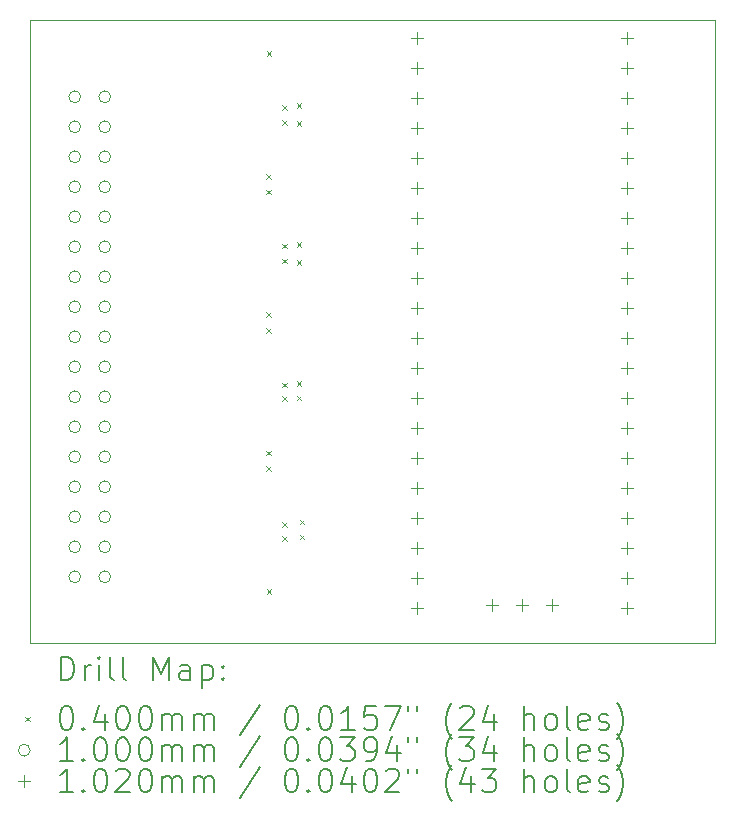
<source format=gbr>
%TF.GenerationSoftware,KiCad,Pcbnew,8.0.9*%
%TF.CreationDate,2025-02-20T22:31:27-05:00*%
%TF.ProjectId,PicoLVDS,5069636f-4c56-4445-932e-6b696361645f,2*%
%TF.SameCoordinates,Original*%
%TF.FileFunction,Drillmap*%
%TF.FilePolarity,Positive*%
%FSLAX45Y45*%
G04 Gerber Fmt 4.5, Leading zero omitted, Abs format (unit mm)*
G04 Created by KiCad (PCBNEW 8.0.9) date 2025-02-20 22:31:27*
%MOMM*%
%LPD*%
G01*
G04 APERTURE LIST*
%ADD10C,0.050000*%
%ADD11C,0.200000*%
%ADD12C,0.100000*%
%ADD13C,0.102000*%
G04 APERTURE END LIST*
D10*
X3000000Y-3720000D02*
X8800000Y-3720000D01*
X8800000Y-9000000D01*
X3000000Y-9000000D01*
X3000000Y-3720000D01*
D11*
D12*
X4997500Y-5030000D02*
X5037500Y-5070000D01*
X5037500Y-5030000D02*
X4997500Y-5070000D01*
X4997500Y-5160000D02*
X5037500Y-5200000D01*
X5037500Y-5160000D02*
X4997500Y-5200000D01*
X4997500Y-6200000D02*
X5037500Y-6240000D01*
X5037500Y-6200000D02*
X4997500Y-6240000D01*
X4997500Y-6330000D02*
X5037500Y-6370000D01*
X5037500Y-6330000D02*
X4997500Y-6370000D01*
X4997500Y-7370000D02*
X5037500Y-7410000D01*
X5037500Y-7370000D02*
X4997500Y-7410000D01*
X4997500Y-7500000D02*
X5037500Y-7540000D01*
X5037500Y-7500000D02*
X4997500Y-7540000D01*
X5000000Y-3990000D02*
X5040000Y-4030000D01*
X5040000Y-3990000D02*
X5000000Y-4030000D01*
X5000000Y-8540000D02*
X5040000Y-8580000D01*
X5040000Y-8540000D02*
X5000000Y-8580000D01*
X5130000Y-4446500D02*
X5170000Y-4486500D01*
X5170000Y-4446500D02*
X5130000Y-4486500D01*
X5130000Y-4573500D02*
X5170000Y-4613500D01*
X5170000Y-4573500D02*
X5130000Y-4613500D01*
X5130000Y-5616500D02*
X5170000Y-5656500D01*
X5170000Y-5616500D02*
X5130000Y-5656500D01*
X5130000Y-5743500D02*
X5170000Y-5783500D01*
X5170000Y-5743500D02*
X5130000Y-5783500D01*
X5130000Y-6793250D02*
X5170000Y-6833250D01*
X5170000Y-6793250D02*
X5130000Y-6833250D01*
X5130000Y-6906750D02*
X5170000Y-6946750D01*
X5170000Y-6906750D02*
X5130000Y-6946750D01*
X5130000Y-7973250D02*
X5170000Y-8013250D01*
X5170000Y-7973250D02*
X5130000Y-8013250D01*
X5130000Y-8091000D02*
X5170000Y-8131000D01*
X5170000Y-8091000D02*
X5130000Y-8131000D01*
X5255000Y-4430000D02*
X5295000Y-4470000D01*
X5295000Y-4430000D02*
X5255000Y-4470000D01*
X5255000Y-4580000D02*
X5295000Y-4620000D01*
X5295000Y-4580000D02*
X5255000Y-4620000D01*
X5255000Y-5605000D02*
X5295000Y-5645000D01*
X5295000Y-5605000D02*
X5255000Y-5645000D01*
X5255000Y-5755000D02*
X5295000Y-5795000D01*
X5295000Y-5755000D02*
X5255000Y-5795000D01*
X5255000Y-6780000D02*
X5295000Y-6820000D01*
X5295000Y-6780000D02*
X5255000Y-6820000D01*
X5255000Y-6905000D02*
X5295000Y-6945000D01*
X5295000Y-6905000D02*
X5255000Y-6945000D01*
X5280000Y-7955000D02*
X5320000Y-7995000D01*
X5320000Y-7955000D02*
X5280000Y-7995000D01*
X5280000Y-8080000D02*
X5320000Y-8120000D01*
X5320000Y-8080000D02*
X5280000Y-8120000D01*
X3425000Y-4374000D02*
G75*
G02*
X3325000Y-4374000I-50000J0D01*
G01*
X3325000Y-4374000D02*
G75*
G02*
X3425000Y-4374000I50000J0D01*
G01*
X3425000Y-4628000D02*
G75*
G02*
X3325000Y-4628000I-50000J0D01*
G01*
X3325000Y-4628000D02*
G75*
G02*
X3425000Y-4628000I50000J0D01*
G01*
X3425000Y-4882000D02*
G75*
G02*
X3325000Y-4882000I-50000J0D01*
G01*
X3325000Y-4882000D02*
G75*
G02*
X3425000Y-4882000I50000J0D01*
G01*
X3425000Y-5136000D02*
G75*
G02*
X3325000Y-5136000I-50000J0D01*
G01*
X3325000Y-5136000D02*
G75*
G02*
X3425000Y-5136000I50000J0D01*
G01*
X3425000Y-5390000D02*
G75*
G02*
X3325000Y-5390000I-50000J0D01*
G01*
X3325000Y-5390000D02*
G75*
G02*
X3425000Y-5390000I50000J0D01*
G01*
X3425000Y-5644000D02*
G75*
G02*
X3325000Y-5644000I-50000J0D01*
G01*
X3325000Y-5644000D02*
G75*
G02*
X3425000Y-5644000I50000J0D01*
G01*
X3425000Y-5898000D02*
G75*
G02*
X3325000Y-5898000I-50000J0D01*
G01*
X3325000Y-5898000D02*
G75*
G02*
X3425000Y-5898000I50000J0D01*
G01*
X3425000Y-6152000D02*
G75*
G02*
X3325000Y-6152000I-50000J0D01*
G01*
X3325000Y-6152000D02*
G75*
G02*
X3425000Y-6152000I50000J0D01*
G01*
X3425000Y-6406000D02*
G75*
G02*
X3325000Y-6406000I-50000J0D01*
G01*
X3325000Y-6406000D02*
G75*
G02*
X3425000Y-6406000I50000J0D01*
G01*
X3425000Y-6660000D02*
G75*
G02*
X3325000Y-6660000I-50000J0D01*
G01*
X3325000Y-6660000D02*
G75*
G02*
X3425000Y-6660000I50000J0D01*
G01*
X3425000Y-6914000D02*
G75*
G02*
X3325000Y-6914000I-50000J0D01*
G01*
X3325000Y-6914000D02*
G75*
G02*
X3425000Y-6914000I50000J0D01*
G01*
X3425000Y-7168000D02*
G75*
G02*
X3325000Y-7168000I-50000J0D01*
G01*
X3325000Y-7168000D02*
G75*
G02*
X3425000Y-7168000I50000J0D01*
G01*
X3425000Y-7422000D02*
G75*
G02*
X3325000Y-7422000I-50000J0D01*
G01*
X3325000Y-7422000D02*
G75*
G02*
X3425000Y-7422000I50000J0D01*
G01*
X3425000Y-7676000D02*
G75*
G02*
X3325000Y-7676000I-50000J0D01*
G01*
X3325000Y-7676000D02*
G75*
G02*
X3425000Y-7676000I50000J0D01*
G01*
X3425000Y-7930000D02*
G75*
G02*
X3325000Y-7930000I-50000J0D01*
G01*
X3325000Y-7930000D02*
G75*
G02*
X3425000Y-7930000I50000J0D01*
G01*
X3425000Y-8184000D02*
G75*
G02*
X3325000Y-8184000I-50000J0D01*
G01*
X3325000Y-8184000D02*
G75*
G02*
X3425000Y-8184000I50000J0D01*
G01*
X3425000Y-8438000D02*
G75*
G02*
X3325000Y-8438000I-50000J0D01*
G01*
X3325000Y-8438000D02*
G75*
G02*
X3425000Y-8438000I50000J0D01*
G01*
X3679000Y-4374000D02*
G75*
G02*
X3579000Y-4374000I-50000J0D01*
G01*
X3579000Y-4374000D02*
G75*
G02*
X3679000Y-4374000I50000J0D01*
G01*
X3679000Y-4628000D02*
G75*
G02*
X3579000Y-4628000I-50000J0D01*
G01*
X3579000Y-4628000D02*
G75*
G02*
X3679000Y-4628000I50000J0D01*
G01*
X3679000Y-4882000D02*
G75*
G02*
X3579000Y-4882000I-50000J0D01*
G01*
X3579000Y-4882000D02*
G75*
G02*
X3679000Y-4882000I50000J0D01*
G01*
X3679000Y-5136000D02*
G75*
G02*
X3579000Y-5136000I-50000J0D01*
G01*
X3579000Y-5136000D02*
G75*
G02*
X3679000Y-5136000I50000J0D01*
G01*
X3679000Y-5390000D02*
G75*
G02*
X3579000Y-5390000I-50000J0D01*
G01*
X3579000Y-5390000D02*
G75*
G02*
X3679000Y-5390000I50000J0D01*
G01*
X3679000Y-5644000D02*
G75*
G02*
X3579000Y-5644000I-50000J0D01*
G01*
X3579000Y-5644000D02*
G75*
G02*
X3679000Y-5644000I50000J0D01*
G01*
X3679000Y-5898000D02*
G75*
G02*
X3579000Y-5898000I-50000J0D01*
G01*
X3579000Y-5898000D02*
G75*
G02*
X3679000Y-5898000I50000J0D01*
G01*
X3679000Y-6152000D02*
G75*
G02*
X3579000Y-6152000I-50000J0D01*
G01*
X3579000Y-6152000D02*
G75*
G02*
X3679000Y-6152000I50000J0D01*
G01*
X3679000Y-6406000D02*
G75*
G02*
X3579000Y-6406000I-50000J0D01*
G01*
X3579000Y-6406000D02*
G75*
G02*
X3679000Y-6406000I50000J0D01*
G01*
X3679000Y-6660000D02*
G75*
G02*
X3579000Y-6660000I-50000J0D01*
G01*
X3579000Y-6660000D02*
G75*
G02*
X3679000Y-6660000I50000J0D01*
G01*
X3679000Y-6914000D02*
G75*
G02*
X3579000Y-6914000I-50000J0D01*
G01*
X3579000Y-6914000D02*
G75*
G02*
X3679000Y-6914000I50000J0D01*
G01*
X3679000Y-7168000D02*
G75*
G02*
X3579000Y-7168000I-50000J0D01*
G01*
X3579000Y-7168000D02*
G75*
G02*
X3679000Y-7168000I50000J0D01*
G01*
X3679000Y-7422000D02*
G75*
G02*
X3579000Y-7422000I-50000J0D01*
G01*
X3579000Y-7422000D02*
G75*
G02*
X3679000Y-7422000I50000J0D01*
G01*
X3679000Y-7676000D02*
G75*
G02*
X3579000Y-7676000I-50000J0D01*
G01*
X3579000Y-7676000D02*
G75*
G02*
X3679000Y-7676000I50000J0D01*
G01*
X3679000Y-7930000D02*
G75*
G02*
X3579000Y-7930000I-50000J0D01*
G01*
X3579000Y-7930000D02*
G75*
G02*
X3679000Y-7930000I50000J0D01*
G01*
X3679000Y-8184000D02*
G75*
G02*
X3579000Y-8184000I-50000J0D01*
G01*
X3579000Y-8184000D02*
G75*
G02*
X3679000Y-8184000I50000J0D01*
G01*
X3679000Y-8438000D02*
G75*
G02*
X3579000Y-8438000I-50000J0D01*
G01*
X3579000Y-8438000D02*
G75*
G02*
X3679000Y-8438000I50000J0D01*
G01*
D13*
X6275000Y-3825000D02*
X6275000Y-3927000D01*
X6224000Y-3876000D02*
X6326000Y-3876000D01*
X6275000Y-4079000D02*
X6275000Y-4181000D01*
X6224000Y-4130000D02*
X6326000Y-4130000D01*
X6275000Y-4333000D02*
X6275000Y-4435000D01*
X6224000Y-4384000D02*
X6326000Y-4384000D01*
X6275000Y-4587000D02*
X6275000Y-4689000D01*
X6224000Y-4638000D02*
X6326000Y-4638000D01*
X6275000Y-4841000D02*
X6275000Y-4943000D01*
X6224000Y-4892000D02*
X6326000Y-4892000D01*
X6275000Y-5095000D02*
X6275000Y-5197000D01*
X6224000Y-5146000D02*
X6326000Y-5146000D01*
X6275000Y-5349000D02*
X6275000Y-5451000D01*
X6224000Y-5400000D02*
X6326000Y-5400000D01*
X6275000Y-5603000D02*
X6275000Y-5705000D01*
X6224000Y-5654000D02*
X6326000Y-5654000D01*
X6275000Y-5857000D02*
X6275000Y-5959000D01*
X6224000Y-5908000D02*
X6326000Y-5908000D01*
X6275000Y-6111000D02*
X6275000Y-6213000D01*
X6224000Y-6162000D02*
X6326000Y-6162000D01*
X6275000Y-6365000D02*
X6275000Y-6467000D01*
X6224000Y-6416000D02*
X6326000Y-6416000D01*
X6275000Y-6619000D02*
X6275000Y-6721000D01*
X6224000Y-6670000D02*
X6326000Y-6670000D01*
X6275000Y-6873000D02*
X6275000Y-6975000D01*
X6224000Y-6924000D02*
X6326000Y-6924000D01*
X6275000Y-7127000D02*
X6275000Y-7229000D01*
X6224000Y-7178000D02*
X6326000Y-7178000D01*
X6275000Y-7381000D02*
X6275000Y-7483000D01*
X6224000Y-7432000D02*
X6326000Y-7432000D01*
X6275000Y-7635000D02*
X6275000Y-7737000D01*
X6224000Y-7686000D02*
X6326000Y-7686000D01*
X6275000Y-7889000D02*
X6275000Y-7991000D01*
X6224000Y-7940000D02*
X6326000Y-7940000D01*
X6275000Y-8143000D02*
X6275000Y-8245000D01*
X6224000Y-8194000D02*
X6326000Y-8194000D01*
X6275000Y-8397000D02*
X6275000Y-8499000D01*
X6224000Y-8448000D02*
X6326000Y-8448000D01*
X6275000Y-8651000D02*
X6275000Y-8753000D01*
X6224000Y-8702000D02*
X6326000Y-8702000D01*
X6910000Y-8628000D02*
X6910000Y-8730000D01*
X6859000Y-8679000D02*
X6961000Y-8679000D01*
X7164000Y-8628000D02*
X7164000Y-8730000D01*
X7113000Y-8679000D02*
X7215000Y-8679000D01*
X7418000Y-8628000D02*
X7418000Y-8730000D01*
X7367000Y-8679000D02*
X7469000Y-8679000D01*
X8053000Y-3825000D02*
X8053000Y-3927000D01*
X8002000Y-3876000D02*
X8104000Y-3876000D01*
X8053000Y-4079000D02*
X8053000Y-4181000D01*
X8002000Y-4130000D02*
X8104000Y-4130000D01*
X8053000Y-4333000D02*
X8053000Y-4435000D01*
X8002000Y-4384000D02*
X8104000Y-4384000D01*
X8053000Y-4587000D02*
X8053000Y-4689000D01*
X8002000Y-4638000D02*
X8104000Y-4638000D01*
X8053000Y-4841000D02*
X8053000Y-4943000D01*
X8002000Y-4892000D02*
X8104000Y-4892000D01*
X8053000Y-5095000D02*
X8053000Y-5197000D01*
X8002000Y-5146000D02*
X8104000Y-5146000D01*
X8053000Y-5349000D02*
X8053000Y-5451000D01*
X8002000Y-5400000D02*
X8104000Y-5400000D01*
X8053000Y-5603000D02*
X8053000Y-5705000D01*
X8002000Y-5654000D02*
X8104000Y-5654000D01*
X8053000Y-5857000D02*
X8053000Y-5959000D01*
X8002000Y-5908000D02*
X8104000Y-5908000D01*
X8053000Y-6111000D02*
X8053000Y-6213000D01*
X8002000Y-6162000D02*
X8104000Y-6162000D01*
X8053000Y-6365000D02*
X8053000Y-6467000D01*
X8002000Y-6416000D02*
X8104000Y-6416000D01*
X8053000Y-6619000D02*
X8053000Y-6721000D01*
X8002000Y-6670000D02*
X8104000Y-6670000D01*
X8053000Y-6873000D02*
X8053000Y-6975000D01*
X8002000Y-6924000D02*
X8104000Y-6924000D01*
X8053000Y-7127000D02*
X8053000Y-7229000D01*
X8002000Y-7178000D02*
X8104000Y-7178000D01*
X8053000Y-7381000D02*
X8053000Y-7483000D01*
X8002000Y-7432000D02*
X8104000Y-7432000D01*
X8053000Y-7635000D02*
X8053000Y-7737000D01*
X8002000Y-7686000D02*
X8104000Y-7686000D01*
X8053000Y-7889000D02*
X8053000Y-7991000D01*
X8002000Y-7940000D02*
X8104000Y-7940000D01*
X8053000Y-8143000D02*
X8053000Y-8245000D01*
X8002000Y-8194000D02*
X8104000Y-8194000D01*
X8053000Y-8397000D02*
X8053000Y-8499000D01*
X8002000Y-8448000D02*
X8104000Y-8448000D01*
X8053000Y-8651000D02*
X8053000Y-8753000D01*
X8002000Y-8702000D02*
X8104000Y-8702000D01*
D11*
X3258277Y-9313984D02*
X3258277Y-9113984D01*
X3258277Y-9113984D02*
X3305896Y-9113984D01*
X3305896Y-9113984D02*
X3334467Y-9123508D01*
X3334467Y-9123508D02*
X3353515Y-9142555D01*
X3353515Y-9142555D02*
X3363039Y-9161603D01*
X3363039Y-9161603D02*
X3372562Y-9199698D01*
X3372562Y-9199698D02*
X3372562Y-9228270D01*
X3372562Y-9228270D02*
X3363039Y-9266365D01*
X3363039Y-9266365D02*
X3353515Y-9285412D01*
X3353515Y-9285412D02*
X3334467Y-9304460D01*
X3334467Y-9304460D02*
X3305896Y-9313984D01*
X3305896Y-9313984D02*
X3258277Y-9313984D01*
X3458277Y-9313984D02*
X3458277Y-9180650D01*
X3458277Y-9218746D02*
X3467801Y-9199698D01*
X3467801Y-9199698D02*
X3477324Y-9190174D01*
X3477324Y-9190174D02*
X3496372Y-9180650D01*
X3496372Y-9180650D02*
X3515420Y-9180650D01*
X3582086Y-9313984D02*
X3582086Y-9180650D01*
X3582086Y-9113984D02*
X3572562Y-9123508D01*
X3572562Y-9123508D02*
X3582086Y-9133031D01*
X3582086Y-9133031D02*
X3591610Y-9123508D01*
X3591610Y-9123508D02*
X3582086Y-9113984D01*
X3582086Y-9113984D02*
X3582086Y-9133031D01*
X3705896Y-9313984D02*
X3686848Y-9304460D01*
X3686848Y-9304460D02*
X3677324Y-9285412D01*
X3677324Y-9285412D02*
X3677324Y-9113984D01*
X3810658Y-9313984D02*
X3791610Y-9304460D01*
X3791610Y-9304460D02*
X3782086Y-9285412D01*
X3782086Y-9285412D02*
X3782086Y-9113984D01*
X4039229Y-9313984D02*
X4039229Y-9113984D01*
X4039229Y-9113984D02*
X4105896Y-9256841D01*
X4105896Y-9256841D02*
X4172562Y-9113984D01*
X4172562Y-9113984D02*
X4172562Y-9313984D01*
X4353515Y-9313984D02*
X4353515Y-9209222D01*
X4353515Y-9209222D02*
X4343991Y-9190174D01*
X4343991Y-9190174D02*
X4324944Y-9180650D01*
X4324944Y-9180650D02*
X4286848Y-9180650D01*
X4286848Y-9180650D02*
X4267801Y-9190174D01*
X4353515Y-9304460D02*
X4334467Y-9313984D01*
X4334467Y-9313984D02*
X4286848Y-9313984D01*
X4286848Y-9313984D02*
X4267801Y-9304460D01*
X4267801Y-9304460D02*
X4258277Y-9285412D01*
X4258277Y-9285412D02*
X4258277Y-9266365D01*
X4258277Y-9266365D02*
X4267801Y-9247317D01*
X4267801Y-9247317D02*
X4286848Y-9237793D01*
X4286848Y-9237793D02*
X4334467Y-9237793D01*
X4334467Y-9237793D02*
X4353515Y-9228270D01*
X4448753Y-9180650D02*
X4448753Y-9380650D01*
X4448753Y-9190174D02*
X4467801Y-9180650D01*
X4467801Y-9180650D02*
X4505896Y-9180650D01*
X4505896Y-9180650D02*
X4524944Y-9190174D01*
X4524944Y-9190174D02*
X4534467Y-9199698D01*
X4534467Y-9199698D02*
X4543991Y-9218746D01*
X4543991Y-9218746D02*
X4543991Y-9275889D01*
X4543991Y-9275889D02*
X4534467Y-9294936D01*
X4534467Y-9294936D02*
X4524944Y-9304460D01*
X4524944Y-9304460D02*
X4505896Y-9313984D01*
X4505896Y-9313984D02*
X4467801Y-9313984D01*
X4467801Y-9313984D02*
X4448753Y-9304460D01*
X4629705Y-9294936D02*
X4639229Y-9304460D01*
X4639229Y-9304460D02*
X4629705Y-9313984D01*
X4629705Y-9313984D02*
X4620182Y-9304460D01*
X4620182Y-9304460D02*
X4629705Y-9294936D01*
X4629705Y-9294936D02*
X4629705Y-9313984D01*
X4629705Y-9190174D02*
X4639229Y-9199698D01*
X4639229Y-9199698D02*
X4629705Y-9209222D01*
X4629705Y-9209222D02*
X4620182Y-9199698D01*
X4620182Y-9199698D02*
X4629705Y-9190174D01*
X4629705Y-9190174D02*
X4629705Y-9209222D01*
D12*
X2957500Y-9622500D02*
X2997500Y-9662500D01*
X2997500Y-9622500D02*
X2957500Y-9662500D01*
D11*
X3296372Y-9533984D02*
X3315420Y-9533984D01*
X3315420Y-9533984D02*
X3334467Y-9543508D01*
X3334467Y-9543508D02*
X3343991Y-9553031D01*
X3343991Y-9553031D02*
X3353515Y-9572079D01*
X3353515Y-9572079D02*
X3363039Y-9610174D01*
X3363039Y-9610174D02*
X3363039Y-9657793D01*
X3363039Y-9657793D02*
X3353515Y-9695889D01*
X3353515Y-9695889D02*
X3343991Y-9714936D01*
X3343991Y-9714936D02*
X3334467Y-9724460D01*
X3334467Y-9724460D02*
X3315420Y-9733984D01*
X3315420Y-9733984D02*
X3296372Y-9733984D01*
X3296372Y-9733984D02*
X3277324Y-9724460D01*
X3277324Y-9724460D02*
X3267801Y-9714936D01*
X3267801Y-9714936D02*
X3258277Y-9695889D01*
X3258277Y-9695889D02*
X3248753Y-9657793D01*
X3248753Y-9657793D02*
X3248753Y-9610174D01*
X3248753Y-9610174D02*
X3258277Y-9572079D01*
X3258277Y-9572079D02*
X3267801Y-9553031D01*
X3267801Y-9553031D02*
X3277324Y-9543508D01*
X3277324Y-9543508D02*
X3296372Y-9533984D01*
X3448753Y-9714936D02*
X3458277Y-9724460D01*
X3458277Y-9724460D02*
X3448753Y-9733984D01*
X3448753Y-9733984D02*
X3439229Y-9724460D01*
X3439229Y-9724460D02*
X3448753Y-9714936D01*
X3448753Y-9714936D02*
X3448753Y-9733984D01*
X3629705Y-9600650D02*
X3629705Y-9733984D01*
X3582086Y-9524460D02*
X3534467Y-9667317D01*
X3534467Y-9667317D02*
X3658277Y-9667317D01*
X3772562Y-9533984D02*
X3791610Y-9533984D01*
X3791610Y-9533984D02*
X3810658Y-9543508D01*
X3810658Y-9543508D02*
X3820182Y-9553031D01*
X3820182Y-9553031D02*
X3829705Y-9572079D01*
X3829705Y-9572079D02*
X3839229Y-9610174D01*
X3839229Y-9610174D02*
X3839229Y-9657793D01*
X3839229Y-9657793D02*
X3829705Y-9695889D01*
X3829705Y-9695889D02*
X3820182Y-9714936D01*
X3820182Y-9714936D02*
X3810658Y-9724460D01*
X3810658Y-9724460D02*
X3791610Y-9733984D01*
X3791610Y-9733984D02*
X3772562Y-9733984D01*
X3772562Y-9733984D02*
X3753515Y-9724460D01*
X3753515Y-9724460D02*
X3743991Y-9714936D01*
X3743991Y-9714936D02*
X3734467Y-9695889D01*
X3734467Y-9695889D02*
X3724943Y-9657793D01*
X3724943Y-9657793D02*
X3724943Y-9610174D01*
X3724943Y-9610174D02*
X3734467Y-9572079D01*
X3734467Y-9572079D02*
X3743991Y-9553031D01*
X3743991Y-9553031D02*
X3753515Y-9543508D01*
X3753515Y-9543508D02*
X3772562Y-9533984D01*
X3963039Y-9533984D02*
X3982086Y-9533984D01*
X3982086Y-9533984D02*
X4001134Y-9543508D01*
X4001134Y-9543508D02*
X4010658Y-9553031D01*
X4010658Y-9553031D02*
X4020182Y-9572079D01*
X4020182Y-9572079D02*
X4029705Y-9610174D01*
X4029705Y-9610174D02*
X4029705Y-9657793D01*
X4029705Y-9657793D02*
X4020182Y-9695889D01*
X4020182Y-9695889D02*
X4010658Y-9714936D01*
X4010658Y-9714936D02*
X4001134Y-9724460D01*
X4001134Y-9724460D02*
X3982086Y-9733984D01*
X3982086Y-9733984D02*
X3963039Y-9733984D01*
X3963039Y-9733984D02*
X3943991Y-9724460D01*
X3943991Y-9724460D02*
X3934467Y-9714936D01*
X3934467Y-9714936D02*
X3924943Y-9695889D01*
X3924943Y-9695889D02*
X3915420Y-9657793D01*
X3915420Y-9657793D02*
X3915420Y-9610174D01*
X3915420Y-9610174D02*
X3924943Y-9572079D01*
X3924943Y-9572079D02*
X3934467Y-9553031D01*
X3934467Y-9553031D02*
X3943991Y-9543508D01*
X3943991Y-9543508D02*
X3963039Y-9533984D01*
X4115420Y-9733984D02*
X4115420Y-9600650D01*
X4115420Y-9619698D02*
X4124943Y-9610174D01*
X4124943Y-9610174D02*
X4143991Y-9600650D01*
X4143991Y-9600650D02*
X4172563Y-9600650D01*
X4172563Y-9600650D02*
X4191610Y-9610174D01*
X4191610Y-9610174D02*
X4201134Y-9629222D01*
X4201134Y-9629222D02*
X4201134Y-9733984D01*
X4201134Y-9629222D02*
X4210658Y-9610174D01*
X4210658Y-9610174D02*
X4229705Y-9600650D01*
X4229705Y-9600650D02*
X4258277Y-9600650D01*
X4258277Y-9600650D02*
X4277325Y-9610174D01*
X4277325Y-9610174D02*
X4286848Y-9629222D01*
X4286848Y-9629222D02*
X4286848Y-9733984D01*
X4382086Y-9733984D02*
X4382086Y-9600650D01*
X4382086Y-9619698D02*
X4391610Y-9610174D01*
X4391610Y-9610174D02*
X4410658Y-9600650D01*
X4410658Y-9600650D02*
X4439229Y-9600650D01*
X4439229Y-9600650D02*
X4458277Y-9610174D01*
X4458277Y-9610174D02*
X4467801Y-9629222D01*
X4467801Y-9629222D02*
X4467801Y-9733984D01*
X4467801Y-9629222D02*
X4477325Y-9610174D01*
X4477325Y-9610174D02*
X4496372Y-9600650D01*
X4496372Y-9600650D02*
X4524944Y-9600650D01*
X4524944Y-9600650D02*
X4543991Y-9610174D01*
X4543991Y-9610174D02*
X4553515Y-9629222D01*
X4553515Y-9629222D02*
X4553515Y-9733984D01*
X4943991Y-9524460D02*
X4772563Y-9781603D01*
X5201134Y-9533984D02*
X5220182Y-9533984D01*
X5220182Y-9533984D02*
X5239229Y-9543508D01*
X5239229Y-9543508D02*
X5248753Y-9553031D01*
X5248753Y-9553031D02*
X5258277Y-9572079D01*
X5258277Y-9572079D02*
X5267801Y-9610174D01*
X5267801Y-9610174D02*
X5267801Y-9657793D01*
X5267801Y-9657793D02*
X5258277Y-9695889D01*
X5258277Y-9695889D02*
X5248753Y-9714936D01*
X5248753Y-9714936D02*
X5239229Y-9724460D01*
X5239229Y-9724460D02*
X5220182Y-9733984D01*
X5220182Y-9733984D02*
X5201134Y-9733984D01*
X5201134Y-9733984D02*
X5182087Y-9724460D01*
X5182087Y-9724460D02*
X5172563Y-9714936D01*
X5172563Y-9714936D02*
X5163039Y-9695889D01*
X5163039Y-9695889D02*
X5153515Y-9657793D01*
X5153515Y-9657793D02*
X5153515Y-9610174D01*
X5153515Y-9610174D02*
X5163039Y-9572079D01*
X5163039Y-9572079D02*
X5172563Y-9553031D01*
X5172563Y-9553031D02*
X5182087Y-9543508D01*
X5182087Y-9543508D02*
X5201134Y-9533984D01*
X5353515Y-9714936D02*
X5363039Y-9724460D01*
X5363039Y-9724460D02*
X5353515Y-9733984D01*
X5353515Y-9733984D02*
X5343991Y-9724460D01*
X5343991Y-9724460D02*
X5353515Y-9714936D01*
X5353515Y-9714936D02*
X5353515Y-9733984D01*
X5486848Y-9533984D02*
X5505896Y-9533984D01*
X5505896Y-9533984D02*
X5524944Y-9543508D01*
X5524944Y-9543508D02*
X5534468Y-9553031D01*
X5534468Y-9553031D02*
X5543991Y-9572079D01*
X5543991Y-9572079D02*
X5553515Y-9610174D01*
X5553515Y-9610174D02*
X5553515Y-9657793D01*
X5553515Y-9657793D02*
X5543991Y-9695889D01*
X5543991Y-9695889D02*
X5534468Y-9714936D01*
X5534468Y-9714936D02*
X5524944Y-9724460D01*
X5524944Y-9724460D02*
X5505896Y-9733984D01*
X5505896Y-9733984D02*
X5486848Y-9733984D01*
X5486848Y-9733984D02*
X5467801Y-9724460D01*
X5467801Y-9724460D02*
X5458277Y-9714936D01*
X5458277Y-9714936D02*
X5448753Y-9695889D01*
X5448753Y-9695889D02*
X5439229Y-9657793D01*
X5439229Y-9657793D02*
X5439229Y-9610174D01*
X5439229Y-9610174D02*
X5448753Y-9572079D01*
X5448753Y-9572079D02*
X5458277Y-9553031D01*
X5458277Y-9553031D02*
X5467801Y-9543508D01*
X5467801Y-9543508D02*
X5486848Y-9533984D01*
X5743991Y-9733984D02*
X5629706Y-9733984D01*
X5686848Y-9733984D02*
X5686848Y-9533984D01*
X5686848Y-9533984D02*
X5667801Y-9562555D01*
X5667801Y-9562555D02*
X5648753Y-9581603D01*
X5648753Y-9581603D02*
X5629706Y-9591127D01*
X5924944Y-9533984D02*
X5829706Y-9533984D01*
X5829706Y-9533984D02*
X5820182Y-9629222D01*
X5820182Y-9629222D02*
X5829706Y-9619698D01*
X5829706Y-9619698D02*
X5848753Y-9610174D01*
X5848753Y-9610174D02*
X5896372Y-9610174D01*
X5896372Y-9610174D02*
X5915420Y-9619698D01*
X5915420Y-9619698D02*
X5924944Y-9629222D01*
X5924944Y-9629222D02*
X5934467Y-9648270D01*
X5934467Y-9648270D02*
X5934467Y-9695889D01*
X5934467Y-9695889D02*
X5924944Y-9714936D01*
X5924944Y-9714936D02*
X5915420Y-9724460D01*
X5915420Y-9724460D02*
X5896372Y-9733984D01*
X5896372Y-9733984D02*
X5848753Y-9733984D01*
X5848753Y-9733984D02*
X5829706Y-9724460D01*
X5829706Y-9724460D02*
X5820182Y-9714936D01*
X6001134Y-9533984D02*
X6134467Y-9533984D01*
X6134467Y-9533984D02*
X6048753Y-9733984D01*
X6201134Y-9533984D02*
X6201134Y-9572079D01*
X6277325Y-9533984D02*
X6277325Y-9572079D01*
X6572563Y-9810174D02*
X6563039Y-9800650D01*
X6563039Y-9800650D02*
X6543991Y-9772079D01*
X6543991Y-9772079D02*
X6534468Y-9753031D01*
X6534468Y-9753031D02*
X6524944Y-9724460D01*
X6524944Y-9724460D02*
X6515420Y-9676841D01*
X6515420Y-9676841D02*
X6515420Y-9638746D01*
X6515420Y-9638746D02*
X6524944Y-9591127D01*
X6524944Y-9591127D02*
X6534468Y-9562555D01*
X6534468Y-9562555D02*
X6543991Y-9543508D01*
X6543991Y-9543508D02*
X6563039Y-9514936D01*
X6563039Y-9514936D02*
X6572563Y-9505412D01*
X6639229Y-9553031D02*
X6648753Y-9543508D01*
X6648753Y-9543508D02*
X6667801Y-9533984D01*
X6667801Y-9533984D02*
X6715420Y-9533984D01*
X6715420Y-9533984D02*
X6734468Y-9543508D01*
X6734468Y-9543508D02*
X6743991Y-9553031D01*
X6743991Y-9553031D02*
X6753515Y-9572079D01*
X6753515Y-9572079D02*
X6753515Y-9591127D01*
X6753515Y-9591127D02*
X6743991Y-9619698D01*
X6743991Y-9619698D02*
X6629706Y-9733984D01*
X6629706Y-9733984D02*
X6753515Y-9733984D01*
X6924944Y-9600650D02*
X6924944Y-9733984D01*
X6877325Y-9524460D02*
X6829706Y-9667317D01*
X6829706Y-9667317D02*
X6953515Y-9667317D01*
X7182087Y-9733984D02*
X7182087Y-9533984D01*
X7267801Y-9733984D02*
X7267801Y-9629222D01*
X7267801Y-9629222D02*
X7258277Y-9610174D01*
X7258277Y-9610174D02*
X7239230Y-9600650D01*
X7239230Y-9600650D02*
X7210658Y-9600650D01*
X7210658Y-9600650D02*
X7191610Y-9610174D01*
X7191610Y-9610174D02*
X7182087Y-9619698D01*
X7391610Y-9733984D02*
X7372563Y-9724460D01*
X7372563Y-9724460D02*
X7363039Y-9714936D01*
X7363039Y-9714936D02*
X7353515Y-9695889D01*
X7353515Y-9695889D02*
X7353515Y-9638746D01*
X7353515Y-9638746D02*
X7363039Y-9619698D01*
X7363039Y-9619698D02*
X7372563Y-9610174D01*
X7372563Y-9610174D02*
X7391610Y-9600650D01*
X7391610Y-9600650D02*
X7420182Y-9600650D01*
X7420182Y-9600650D02*
X7439230Y-9610174D01*
X7439230Y-9610174D02*
X7448753Y-9619698D01*
X7448753Y-9619698D02*
X7458277Y-9638746D01*
X7458277Y-9638746D02*
X7458277Y-9695889D01*
X7458277Y-9695889D02*
X7448753Y-9714936D01*
X7448753Y-9714936D02*
X7439230Y-9724460D01*
X7439230Y-9724460D02*
X7420182Y-9733984D01*
X7420182Y-9733984D02*
X7391610Y-9733984D01*
X7572563Y-9733984D02*
X7553515Y-9724460D01*
X7553515Y-9724460D02*
X7543991Y-9705412D01*
X7543991Y-9705412D02*
X7543991Y-9533984D01*
X7724944Y-9724460D02*
X7705896Y-9733984D01*
X7705896Y-9733984D02*
X7667801Y-9733984D01*
X7667801Y-9733984D02*
X7648753Y-9724460D01*
X7648753Y-9724460D02*
X7639230Y-9705412D01*
X7639230Y-9705412D02*
X7639230Y-9629222D01*
X7639230Y-9629222D02*
X7648753Y-9610174D01*
X7648753Y-9610174D02*
X7667801Y-9600650D01*
X7667801Y-9600650D02*
X7705896Y-9600650D01*
X7705896Y-9600650D02*
X7724944Y-9610174D01*
X7724944Y-9610174D02*
X7734468Y-9629222D01*
X7734468Y-9629222D02*
X7734468Y-9648270D01*
X7734468Y-9648270D02*
X7639230Y-9667317D01*
X7810658Y-9724460D02*
X7829706Y-9733984D01*
X7829706Y-9733984D02*
X7867801Y-9733984D01*
X7867801Y-9733984D02*
X7886849Y-9724460D01*
X7886849Y-9724460D02*
X7896372Y-9705412D01*
X7896372Y-9705412D02*
X7896372Y-9695889D01*
X7896372Y-9695889D02*
X7886849Y-9676841D01*
X7886849Y-9676841D02*
X7867801Y-9667317D01*
X7867801Y-9667317D02*
X7839230Y-9667317D01*
X7839230Y-9667317D02*
X7820182Y-9657793D01*
X7820182Y-9657793D02*
X7810658Y-9638746D01*
X7810658Y-9638746D02*
X7810658Y-9629222D01*
X7810658Y-9629222D02*
X7820182Y-9610174D01*
X7820182Y-9610174D02*
X7839230Y-9600650D01*
X7839230Y-9600650D02*
X7867801Y-9600650D01*
X7867801Y-9600650D02*
X7886849Y-9610174D01*
X7963039Y-9810174D02*
X7972563Y-9800650D01*
X7972563Y-9800650D02*
X7991611Y-9772079D01*
X7991611Y-9772079D02*
X8001134Y-9753031D01*
X8001134Y-9753031D02*
X8010658Y-9724460D01*
X8010658Y-9724460D02*
X8020182Y-9676841D01*
X8020182Y-9676841D02*
X8020182Y-9638746D01*
X8020182Y-9638746D02*
X8010658Y-9591127D01*
X8010658Y-9591127D02*
X8001134Y-9562555D01*
X8001134Y-9562555D02*
X7991611Y-9543508D01*
X7991611Y-9543508D02*
X7972563Y-9514936D01*
X7972563Y-9514936D02*
X7963039Y-9505412D01*
D12*
X2997500Y-9906500D02*
G75*
G02*
X2897500Y-9906500I-50000J0D01*
G01*
X2897500Y-9906500D02*
G75*
G02*
X2997500Y-9906500I50000J0D01*
G01*
D11*
X3363039Y-9997984D02*
X3248753Y-9997984D01*
X3305896Y-9997984D02*
X3305896Y-9797984D01*
X3305896Y-9797984D02*
X3286848Y-9826555D01*
X3286848Y-9826555D02*
X3267801Y-9845603D01*
X3267801Y-9845603D02*
X3248753Y-9855127D01*
X3448753Y-9978936D02*
X3458277Y-9988460D01*
X3458277Y-9988460D02*
X3448753Y-9997984D01*
X3448753Y-9997984D02*
X3439229Y-9988460D01*
X3439229Y-9988460D02*
X3448753Y-9978936D01*
X3448753Y-9978936D02*
X3448753Y-9997984D01*
X3582086Y-9797984D02*
X3601134Y-9797984D01*
X3601134Y-9797984D02*
X3620182Y-9807508D01*
X3620182Y-9807508D02*
X3629705Y-9817031D01*
X3629705Y-9817031D02*
X3639229Y-9836079D01*
X3639229Y-9836079D02*
X3648753Y-9874174D01*
X3648753Y-9874174D02*
X3648753Y-9921793D01*
X3648753Y-9921793D02*
X3639229Y-9959889D01*
X3639229Y-9959889D02*
X3629705Y-9978936D01*
X3629705Y-9978936D02*
X3620182Y-9988460D01*
X3620182Y-9988460D02*
X3601134Y-9997984D01*
X3601134Y-9997984D02*
X3582086Y-9997984D01*
X3582086Y-9997984D02*
X3563039Y-9988460D01*
X3563039Y-9988460D02*
X3553515Y-9978936D01*
X3553515Y-9978936D02*
X3543991Y-9959889D01*
X3543991Y-9959889D02*
X3534467Y-9921793D01*
X3534467Y-9921793D02*
X3534467Y-9874174D01*
X3534467Y-9874174D02*
X3543991Y-9836079D01*
X3543991Y-9836079D02*
X3553515Y-9817031D01*
X3553515Y-9817031D02*
X3563039Y-9807508D01*
X3563039Y-9807508D02*
X3582086Y-9797984D01*
X3772562Y-9797984D02*
X3791610Y-9797984D01*
X3791610Y-9797984D02*
X3810658Y-9807508D01*
X3810658Y-9807508D02*
X3820182Y-9817031D01*
X3820182Y-9817031D02*
X3829705Y-9836079D01*
X3829705Y-9836079D02*
X3839229Y-9874174D01*
X3839229Y-9874174D02*
X3839229Y-9921793D01*
X3839229Y-9921793D02*
X3829705Y-9959889D01*
X3829705Y-9959889D02*
X3820182Y-9978936D01*
X3820182Y-9978936D02*
X3810658Y-9988460D01*
X3810658Y-9988460D02*
X3791610Y-9997984D01*
X3791610Y-9997984D02*
X3772562Y-9997984D01*
X3772562Y-9997984D02*
X3753515Y-9988460D01*
X3753515Y-9988460D02*
X3743991Y-9978936D01*
X3743991Y-9978936D02*
X3734467Y-9959889D01*
X3734467Y-9959889D02*
X3724943Y-9921793D01*
X3724943Y-9921793D02*
X3724943Y-9874174D01*
X3724943Y-9874174D02*
X3734467Y-9836079D01*
X3734467Y-9836079D02*
X3743991Y-9817031D01*
X3743991Y-9817031D02*
X3753515Y-9807508D01*
X3753515Y-9807508D02*
X3772562Y-9797984D01*
X3963039Y-9797984D02*
X3982086Y-9797984D01*
X3982086Y-9797984D02*
X4001134Y-9807508D01*
X4001134Y-9807508D02*
X4010658Y-9817031D01*
X4010658Y-9817031D02*
X4020182Y-9836079D01*
X4020182Y-9836079D02*
X4029705Y-9874174D01*
X4029705Y-9874174D02*
X4029705Y-9921793D01*
X4029705Y-9921793D02*
X4020182Y-9959889D01*
X4020182Y-9959889D02*
X4010658Y-9978936D01*
X4010658Y-9978936D02*
X4001134Y-9988460D01*
X4001134Y-9988460D02*
X3982086Y-9997984D01*
X3982086Y-9997984D02*
X3963039Y-9997984D01*
X3963039Y-9997984D02*
X3943991Y-9988460D01*
X3943991Y-9988460D02*
X3934467Y-9978936D01*
X3934467Y-9978936D02*
X3924943Y-9959889D01*
X3924943Y-9959889D02*
X3915420Y-9921793D01*
X3915420Y-9921793D02*
X3915420Y-9874174D01*
X3915420Y-9874174D02*
X3924943Y-9836079D01*
X3924943Y-9836079D02*
X3934467Y-9817031D01*
X3934467Y-9817031D02*
X3943991Y-9807508D01*
X3943991Y-9807508D02*
X3963039Y-9797984D01*
X4115420Y-9997984D02*
X4115420Y-9864650D01*
X4115420Y-9883698D02*
X4124943Y-9874174D01*
X4124943Y-9874174D02*
X4143991Y-9864650D01*
X4143991Y-9864650D02*
X4172563Y-9864650D01*
X4172563Y-9864650D02*
X4191610Y-9874174D01*
X4191610Y-9874174D02*
X4201134Y-9893222D01*
X4201134Y-9893222D02*
X4201134Y-9997984D01*
X4201134Y-9893222D02*
X4210658Y-9874174D01*
X4210658Y-9874174D02*
X4229705Y-9864650D01*
X4229705Y-9864650D02*
X4258277Y-9864650D01*
X4258277Y-9864650D02*
X4277325Y-9874174D01*
X4277325Y-9874174D02*
X4286848Y-9893222D01*
X4286848Y-9893222D02*
X4286848Y-9997984D01*
X4382086Y-9997984D02*
X4382086Y-9864650D01*
X4382086Y-9883698D02*
X4391610Y-9874174D01*
X4391610Y-9874174D02*
X4410658Y-9864650D01*
X4410658Y-9864650D02*
X4439229Y-9864650D01*
X4439229Y-9864650D02*
X4458277Y-9874174D01*
X4458277Y-9874174D02*
X4467801Y-9893222D01*
X4467801Y-9893222D02*
X4467801Y-9997984D01*
X4467801Y-9893222D02*
X4477325Y-9874174D01*
X4477325Y-9874174D02*
X4496372Y-9864650D01*
X4496372Y-9864650D02*
X4524944Y-9864650D01*
X4524944Y-9864650D02*
X4543991Y-9874174D01*
X4543991Y-9874174D02*
X4553515Y-9893222D01*
X4553515Y-9893222D02*
X4553515Y-9997984D01*
X4943991Y-9788460D02*
X4772563Y-10045603D01*
X5201134Y-9797984D02*
X5220182Y-9797984D01*
X5220182Y-9797984D02*
X5239229Y-9807508D01*
X5239229Y-9807508D02*
X5248753Y-9817031D01*
X5248753Y-9817031D02*
X5258277Y-9836079D01*
X5258277Y-9836079D02*
X5267801Y-9874174D01*
X5267801Y-9874174D02*
X5267801Y-9921793D01*
X5267801Y-9921793D02*
X5258277Y-9959889D01*
X5258277Y-9959889D02*
X5248753Y-9978936D01*
X5248753Y-9978936D02*
X5239229Y-9988460D01*
X5239229Y-9988460D02*
X5220182Y-9997984D01*
X5220182Y-9997984D02*
X5201134Y-9997984D01*
X5201134Y-9997984D02*
X5182087Y-9988460D01*
X5182087Y-9988460D02*
X5172563Y-9978936D01*
X5172563Y-9978936D02*
X5163039Y-9959889D01*
X5163039Y-9959889D02*
X5153515Y-9921793D01*
X5153515Y-9921793D02*
X5153515Y-9874174D01*
X5153515Y-9874174D02*
X5163039Y-9836079D01*
X5163039Y-9836079D02*
X5172563Y-9817031D01*
X5172563Y-9817031D02*
X5182087Y-9807508D01*
X5182087Y-9807508D02*
X5201134Y-9797984D01*
X5353515Y-9978936D02*
X5363039Y-9988460D01*
X5363039Y-9988460D02*
X5353515Y-9997984D01*
X5353515Y-9997984D02*
X5343991Y-9988460D01*
X5343991Y-9988460D02*
X5353515Y-9978936D01*
X5353515Y-9978936D02*
X5353515Y-9997984D01*
X5486848Y-9797984D02*
X5505896Y-9797984D01*
X5505896Y-9797984D02*
X5524944Y-9807508D01*
X5524944Y-9807508D02*
X5534468Y-9817031D01*
X5534468Y-9817031D02*
X5543991Y-9836079D01*
X5543991Y-9836079D02*
X5553515Y-9874174D01*
X5553515Y-9874174D02*
X5553515Y-9921793D01*
X5553515Y-9921793D02*
X5543991Y-9959889D01*
X5543991Y-9959889D02*
X5534468Y-9978936D01*
X5534468Y-9978936D02*
X5524944Y-9988460D01*
X5524944Y-9988460D02*
X5505896Y-9997984D01*
X5505896Y-9997984D02*
X5486848Y-9997984D01*
X5486848Y-9997984D02*
X5467801Y-9988460D01*
X5467801Y-9988460D02*
X5458277Y-9978936D01*
X5458277Y-9978936D02*
X5448753Y-9959889D01*
X5448753Y-9959889D02*
X5439229Y-9921793D01*
X5439229Y-9921793D02*
X5439229Y-9874174D01*
X5439229Y-9874174D02*
X5448753Y-9836079D01*
X5448753Y-9836079D02*
X5458277Y-9817031D01*
X5458277Y-9817031D02*
X5467801Y-9807508D01*
X5467801Y-9807508D02*
X5486848Y-9797984D01*
X5620182Y-9797984D02*
X5743991Y-9797984D01*
X5743991Y-9797984D02*
X5677325Y-9874174D01*
X5677325Y-9874174D02*
X5705896Y-9874174D01*
X5705896Y-9874174D02*
X5724944Y-9883698D01*
X5724944Y-9883698D02*
X5734467Y-9893222D01*
X5734467Y-9893222D02*
X5743991Y-9912270D01*
X5743991Y-9912270D02*
X5743991Y-9959889D01*
X5743991Y-9959889D02*
X5734467Y-9978936D01*
X5734467Y-9978936D02*
X5724944Y-9988460D01*
X5724944Y-9988460D02*
X5705896Y-9997984D01*
X5705896Y-9997984D02*
X5648753Y-9997984D01*
X5648753Y-9997984D02*
X5629706Y-9988460D01*
X5629706Y-9988460D02*
X5620182Y-9978936D01*
X5839229Y-9997984D02*
X5877325Y-9997984D01*
X5877325Y-9997984D02*
X5896372Y-9988460D01*
X5896372Y-9988460D02*
X5905896Y-9978936D01*
X5905896Y-9978936D02*
X5924944Y-9950365D01*
X5924944Y-9950365D02*
X5934467Y-9912270D01*
X5934467Y-9912270D02*
X5934467Y-9836079D01*
X5934467Y-9836079D02*
X5924944Y-9817031D01*
X5924944Y-9817031D02*
X5915420Y-9807508D01*
X5915420Y-9807508D02*
X5896372Y-9797984D01*
X5896372Y-9797984D02*
X5858277Y-9797984D01*
X5858277Y-9797984D02*
X5839229Y-9807508D01*
X5839229Y-9807508D02*
X5829706Y-9817031D01*
X5829706Y-9817031D02*
X5820182Y-9836079D01*
X5820182Y-9836079D02*
X5820182Y-9883698D01*
X5820182Y-9883698D02*
X5829706Y-9902746D01*
X5829706Y-9902746D02*
X5839229Y-9912270D01*
X5839229Y-9912270D02*
X5858277Y-9921793D01*
X5858277Y-9921793D02*
X5896372Y-9921793D01*
X5896372Y-9921793D02*
X5915420Y-9912270D01*
X5915420Y-9912270D02*
X5924944Y-9902746D01*
X5924944Y-9902746D02*
X5934467Y-9883698D01*
X6105896Y-9864650D02*
X6105896Y-9997984D01*
X6058277Y-9788460D02*
X6010658Y-9931317D01*
X6010658Y-9931317D02*
X6134467Y-9931317D01*
X6201134Y-9797984D02*
X6201134Y-9836079D01*
X6277325Y-9797984D02*
X6277325Y-9836079D01*
X6572563Y-10074174D02*
X6563039Y-10064650D01*
X6563039Y-10064650D02*
X6543991Y-10036079D01*
X6543991Y-10036079D02*
X6534468Y-10017031D01*
X6534468Y-10017031D02*
X6524944Y-9988460D01*
X6524944Y-9988460D02*
X6515420Y-9940841D01*
X6515420Y-9940841D02*
X6515420Y-9902746D01*
X6515420Y-9902746D02*
X6524944Y-9855127D01*
X6524944Y-9855127D02*
X6534468Y-9826555D01*
X6534468Y-9826555D02*
X6543991Y-9807508D01*
X6543991Y-9807508D02*
X6563039Y-9778936D01*
X6563039Y-9778936D02*
X6572563Y-9769412D01*
X6629706Y-9797984D02*
X6753515Y-9797984D01*
X6753515Y-9797984D02*
X6686848Y-9874174D01*
X6686848Y-9874174D02*
X6715420Y-9874174D01*
X6715420Y-9874174D02*
X6734468Y-9883698D01*
X6734468Y-9883698D02*
X6743991Y-9893222D01*
X6743991Y-9893222D02*
X6753515Y-9912270D01*
X6753515Y-9912270D02*
X6753515Y-9959889D01*
X6753515Y-9959889D02*
X6743991Y-9978936D01*
X6743991Y-9978936D02*
X6734468Y-9988460D01*
X6734468Y-9988460D02*
X6715420Y-9997984D01*
X6715420Y-9997984D02*
X6658277Y-9997984D01*
X6658277Y-9997984D02*
X6639229Y-9988460D01*
X6639229Y-9988460D02*
X6629706Y-9978936D01*
X6924944Y-9864650D02*
X6924944Y-9997984D01*
X6877325Y-9788460D02*
X6829706Y-9931317D01*
X6829706Y-9931317D02*
X6953515Y-9931317D01*
X7182087Y-9997984D02*
X7182087Y-9797984D01*
X7267801Y-9997984D02*
X7267801Y-9893222D01*
X7267801Y-9893222D02*
X7258277Y-9874174D01*
X7258277Y-9874174D02*
X7239230Y-9864650D01*
X7239230Y-9864650D02*
X7210658Y-9864650D01*
X7210658Y-9864650D02*
X7191610Y-9874174D01*
X7191610Y-9874174D02*
X7182087Y-9883698D01*
X7391610Y-9997984D02*
X7372563Y-9988460D01*
X7372563Y-9988460D02*
X7363039Y-9978936D01*
X7363039Y-9978936D02*
X7353515Y-9959889D01*
X7353515Y-9959889D02*
X7353515Y-9902746D01*
X7353515Y-9902746D02*
X7363039Y-9883698D01*
X7363039Y-9883698D02*
X7372563Y-9874174D01*
X7372563Y-9874174D02*
X7391610Y-9864650D01*
X7391610Y-9864650D02*
X7420182Y-9864650D01*
X7420182Y-9864650D02*
X7439230Y-9874174D01*
X7439230Y-9874174D02*
X7448753Y-9883698D01*
X7448753Y-9883698D02*
X7458277Y-9902746D01*
X7458277Y-9902746D02*
X7458277Y-9959889D01*
X7458277Y-9959889D02*
X7448753Y-9978936D01*
X7448753Y-9978936D02*
X7439230Y-9988460D01*
X7439230Y-9988460D02*
X7420182Y-9997984D01*
X7420182Y-9997984D02*
X7391610Y-9997984D01*
X7572563Y-9997984D02*
X7553515Y-9988460D01*
X7553515Y-9988460D02*
X7543991Y-9969412D01*
X7543991Y-9969412D02*
X7543991Y-9797984D01*
X7724944Y-9988460D02*
X7705896Y-9997984D01*
X7705896Y-9997984D02*
X7667801Y-9997984D01*
X7667801Y-9997984D02*
X7648753Y-9988460D01*
X7648753Y-9988460D02*
X7639230Y-9969412D01*
X7639230Y-9969412D02*
X7639230Y-9893222D01*
X7639230Y-9893222D02*
X7648753Y-9874174D01*
X7648753Y-9874174D02*
X7667801Y-9864650D01*
X7667801Y-9864650D02*
X7705896Y-9864650D01*
X7705896Y-9864650D02*
X7724944Y-9874174D01*
X7724944Y-9874174D02*
X7734468Y-9893222D01*
X7734468Y-9893222D02*
X7734468Y-9912270D01*
X7734468Y-9912270D02*
X7639230Y-9931317D01*
X7810658Y-9988460D02*
X7829706Y-9997984D01*
X7829706Y-9997984D02*
X7867801Y-9997984D01*
X7867801Y-9997984D02*
X7886849Y-9988460D01*
X7886849Y-9988460D02*
X7896372Y-9969412D01*
X7896372Y-9969412D02*
X7896372Y-9959889D01*
X7896372Y-9959889D02*
X7886849Y-9940841D01*
X7886849Y-9940841D02*
X7867801Y-9931317D01*
X7867801Y-9931317D02*
X7839230Y-9931317D01*
X7839230Y-9931317D02*
X7820182Y-9921793D01*
X7820182Y-9921793D02*
X7810658Y-9902746D01*
X7810658Y-9902746D02*
X7810658Y-9893222D01*
X7810658Y-9893222D02*
X7820182Y-9874174D01*
X7820182Y-9874174D02*
X7839230Y-9864650D01*
X7839230Y-9864650D02*
X7867801Y-9864650D01*
X7867801Y-9864650D02*
X7886849Y-9874174D01*
X7963039Y-10074174D02*
X7972563Y-10064650D01*
X7972563Y-10064650D02*
X7991611Y-10036079D01*
X7991611Y-10036079D02*
X8001134Y-10017031D01*
X8001134Y-10017031D02*
X8010658Y-9988460D01*
X8010658Y-9988460D02*
X8020182Y-9940841D01*
X8020182Y-9940841D02*
X8020182Y-9902746D01*
X8020182Y-9902746D02*
X8010658Y-9855127D01*
X8010658Y-9855127D02*
X8001134Y-9826555D01*
X8001134Y-9826555D02*
X7991611Y-9807508D01*
X7991611Y-9807508D02*
X7972563Y-9778936D01*
X7972563Y-9778936D02*
X7963039Y-9769412D01*
D13*
X2946500Y-10119500D02*
X2946500Y-10221500D01*
X2895500Y-10170500D02*
X2997500Y-10170500D01*
D11*
X3363039Y-10261984D02*
X3248753Y-10261984D01*
X3305896Y-10261984D02*
X3305896Y-10061984D01*
X3305896Y-10061984D02*
X3286848Y-10090555D01*
X3286848Y-10090555D02*
X3267801Y-10109603D01*
X3267801Y-10109603D02*
X3248753Y-10119127D01*
X3448753Y-10242936D02*
X3458277Y-10252460D01*
X3458277Y-10252460D02*
X3448753Y-10261984D01*
X3448753Y-10261984D02*
X3439229Y-10252460D01*
X3439229Y-10252460D02*
X3448753Y-10242936D01*
X3448753Y-10242936D02*
X3448753Y-10261984D01*
X3582086Y-10061984D02*
X3601134Y-10061984D01*
X3601134Y-10061984D02*
X3620182Y-10071508D01*
X3620182Y-10071508D02*
X3629705Y-10081031D01*
X3629705Y-10081031D02*
X3639229Y-10100079D01*
X3639229Y-10100079D02*
X3648753Y-10138174D01*
X3648753Y-10138174D02*
X3648753Y-10185793D01*
X3648753Y-10185793D02*
X3639229Y-10223889D01*
X3639229Y-10223889D02*
X3629705Y-10242936D01*
X3629705Y-10242936D02*
X3620182Y-10252460D01*
X3620182Y-10252460D02*
X3601134Y-10261984D01*
X3601134Y-10261984D02*
X3582086Y-10261984D01*
X3582086Y-10261984D02*
X3563039Y-10252460D01*
X3563039Y-10252460D02*
X3553515Y-10242936D01*
X3553515Y-10242936D02*
X3543991Y-10223889D01*
X3543991Y-10223889D02*
X3534467Y-10185793D01*
X3534467Y-10185793D02*
X3534467Y-10138174D01*
X3534467Y-10138174D02*
X3543991Y-10100079D01*
X3543991Y-10100079D02*
X3553515Y-10081031D01*
X3553515Y-10081031D02*
X3563039Y-10071508D01*
X3563039Y-10071508D02*
X3582086Y-10061984D01*
X3724943Y-10081031D02*
X3734467Y-10071508D01*
X3734467Y-10071508D02*
X3753515Y-10061984D01*
X3753515Y-10061984D02*
X3801134Y-10061984D01*
X3801134Y-10061984D02*
X3820182Y-10071508D01*
X3820182Y-10071508D02*
X3829705Y-10081031D01*
X3829705Y-10081031D02*
X3839229Y-10100079D01*
X3839229Y-10100079D02*
X3839229Y-10119127D01*
X3839229Y-10119127D02*
X3829705Y-10147698D01*
X3829705Y-10147698D02*
X3715420Y-10261984D01*
X3715420Y-10261984D02*
X3839229Y-10261984D01*
X3963039Y-10061984D02*
X3982086Y-10061984D01*
X3982086Y-10061984D02*
X4001134Y-10071508D01*
X4001134Y-10071508D02*
X4010658Y-10081031D01*
X4010658Y-10081031D02*
X4020182Y-10100079D01*
X4020182Y-10100079D02*
X4029705Y-10138174D01*
X4029705Y-10138174D02*
X4029705Y-10185793D01*
X4029705Y-10185793D02*
X4020182Y-10223889D01*
X4020182Y-10223889D02*
X4010658Y-10242936D01*
X4010658Y-10242936D02*
X4001134Y-10252460D01*
X4001134Y-10252460D02*
X3982086Y-10261984D01*
X3982086Y-10261984D02*
X3963039Y-10261984D01*
X3963039Y-10261984D02*
X3943991Y-10252460D01*
X3943991Y-10252460D02*
X3934467Y-10242936D01*
X3934467Y-10242936D02*
X3924943Y-10223889D01*
X3924943Y-10223889D02*
X3915420Y-10185793D01*
X3915420Y-10185793D02*
X3915420Y-10138174D01*
X3915420Y-10138174D02*
X3924943Y-10100079D01*
X3924943Y-10100079D02*
X3934467Y-10081031D01*
X3934467Y-10081031D02*
X3943991Y-10071508D01*
X3943991Y-10071508D02*
X3963039Y-10061984D01*
X4115420Y-10261984D02*
X4115420Y-10128650D01*
X4115420Y-10147698D02*
X4124943Y-10138174D01*
X4124943Y-10138174D02*
X4143991Y-10128650D01*
X4143991Y-10128650D02*
X4172563Y-10128650D01*
X4172563Y-10128650D02*
X4191610Y-10138174D01*
X4191610Y-10138174D02*
X4201134Y-10157222D01*
X4201134Y-10157222D02*
X4201134Y-10261984D01*
X4201134Y-10157222D02*
X4210658Y-10138174D01*
X4210658Y-10138174D02*
X4229705Y-10128650D01*
X4229705Y-10128650D02*
X4258277Y-10128650D01*
X4258277Y-10128650D02*
X4277325Y-10138174D01*
X4277325Y-10138174D02*
X4286848Y-10157222D01*
X4286848Y-10157222D02*
X4286848Y-10261984D01*
X4382086Y-10261984D02*
X4382086Y-10128650D01*
X4382086Y-10147698D02*
X4391610Y-10138174D01*
X4391610Y-10138174D02*
X4410658Y-10128650D01*
X4410658Y-10128650D02*
X4439229Y-10128650D01*
X4439229Y-10128650D02*
X4458277Y-10138174D01*
X4458277Y-10138174D02*
X4467801Y-10157222D01*
X4467801Y-10157222D02*
X4467801Y-10261984D01*
X4467801Y-10157222D02*
X4477325Y-10138174D01*
X4477325Y-10138174D02*
X4496372Y-10128650D01*
X4496372Y-10128650D02*
X4524944Y-10128650D01*
X4524944Y-10128650D02*
X4543991Y-10138174D01*
X4543991Y-10138174D02*
X4553515Y-10157222D01*
X4553515Y-10157222D02*
X4553515Y-10261984D01*
X4943991Y-10052460D02*
X4772563Y-10309603D01*
X5201134Y-10061984D02*
X5220182Y-10061984D01*
X5220182Y-10061984D02*
X5239229Y-10071508D01*
X5239229Y-10071508D02*
X5248753Y-10081031D01*
X5248753Y-10081031D02*
X5258277Y-10100079D01*
X5258277Y-10100079D02*
X5267801Y-10138174D01*
X5267801Y-10138174D02*
X5267801Y-10185793D01*
X5267801Y-10185793D02*
X5258277Y-10223889D01*
X5258277Y-10223889D02*
X5248753Y-10242936D01*
X5248753Y-10242936D02*
X5239229Y-10252460D01*
X5239229Y-10252460D02*
X5220182Y-10261984D01*
X5220182Y-10261984D02*
X5201134Y-10261984D01*
X5201134Y-10261984D02*
X5182087Y-10252460D01*
X5182087Y-10252460D02*
X5172563Y-10242936D01*
X5172563Y-10242936D02*
X5163039Y-10223889D01*
X5163039Y-10223889D02*
X5153515Y-10185793D01*
X5153515Y-10185793D02*
X5153515Y-10138174D01*
X5153515Y-10138174D02*
X5163039Y-10100079D01*
X5163039Y-10100079D02*
X5172563Y-10081031D01*
X5172563Y-10081031D02*
X5182087Y-10071508D01*
X5182087Y-10071508D02*
X5201134Y-10061984D01*
X5353515Y-10242936D02*
X5363039Y-10252460D01*
X5363039Y-10252460D02*
X5353515Y-10261984D01*
X5353515Y-10261984D02*
X5343991Y-10252460D01*
X5343991Y-10252460D02*
X5353515Y-10242936D01*
X5353515Y-10242936D02*
X5353515Y-10261984D01*
X5486848Y-10061984D02*
X5505896Y-10061984D01*
X5505896Y-10061984D02*
X5524944Y-10071508D01*
X5524944Y-10071508D02*
X5534468Y-10081031D01*
X5534468Y-10081031D02*
X5543991Y-10100079D01*
X5543991Y-10100079D02*
X5553515Y-10138174D01*
X5553515Y-10138174D02*
X5553515Y-10185793D01*
X5553515Y-10185793D02*
X5543991Y-10223889D01*
X5543991Y-10223889D02*
X5534468Y-10242936D01*
X5534468Y-10242936D02*
X5524944Y-10252460D01*
X5524944Y-10252460D02*
X5505896Y-10261984D01*
X5505896Y-10261984D02*
X5486848Y-10261984D01*
X5486848Y-10261984D02*
X5467801Y-10252460D01*
X5467801Y-10252460D02*
X5458277Y-10242936D01*
X5458277Y-10242936D02*
X5448753Y-10223889D01*
X5448753Y-10223889D02*
X5439229Y-10185793D01*
X5439229Y-10185793D02*
X5439229Y-10138174D01*
X5439229Y-10138174D02*
X5448753Y-10100079D01*
X5448753Y-10100079D02*
X5458277Y-10081031D01*
X5458277Y-10081031D02*
X5467801Y-10071508D01*
X5467801Y-10071508D02*
X5486848Y-10061984D01*
X5724944Y-10128650D02*
X5724944Y-10261984D01*
X5677325Y-10052460D02*
X5629706Y-10195317D01*
X5629706Y-10195317D02*
X5753515Y-10195317D01*
X5867801Y-10061984D02*
X5886848Y-10061984D01*
X5886848Y-10061984D02*
X5905896Y-10071508D01*
X5905896Y-10071508D02*
X5915420Y-10081031D01*
X5915420Y-10081031D02*
X5924944Y-10100079D01*
X5924944Y-10100079D02*
X5934467Y-10138174D01*
X5934467Y-10138174D02*
X5934467Y-10185793D01*
X5934467Y-10185793D02*
X5924944Y-10223889D01*
X5924944Y-10223889D02*
X5915420Y-10242936D01*
X5915420Y-10242936D02*
X5905896Y-10252460D01*
X5905896Y-10252460D02*
X5886848Y-10261984D01*
X5886848Y-10261984D02*
X5867801Y-10261984D01*
X5867801Y-10261984D02*
X5848753Y-10252460D01*
X5848753Y-10252460D02*
X5839229Y-10242936D01*
X5839229Y-10242936D02*
X5829706Y-10223889D01*
X5829706Y-10223889D02*
X5820182Y-10185793D01*
X5820182Y-10185793D02*
X5820182Y-10138174D01*
X5820182Y-10138174D02*
X5829706Y-10100079D01*
X5829706Y-10100079D02*
X5839229Y-10081031D01*
X5839229Y-10081031D02*
X5848753Y-10071508D01*
X5848753Y-10071508D02*
X5867801Y-10061984D01*
X6010658Y-10081031D02*
X6020182Y-10071508D01*
X6020182Y-10071508D02*
X6039229Y-10061984D01*
X6039229Y-10061984D02*
X6086848Y-10061984D01*
X6086848Y-10061984D02*
X6105896Y-10071508D01*
X6105896Y-10071508D02*
X6115420Y-10081031D01*
X6115420Y-10081031D02*
X6124944Y-10100079D01*
X6124944Y-10100079D02*
X6124944Y-10119127D01*
X6124944Y-10119127D02*
X6115420Y-10147698D01*
X6115420Y-10147698D02*
X6001134Y-10261984D01*
X6001134Y-10261984D02*
X6124944Y-10261984D01*
X6201134Y-10061984D02*
X6201134Y-10100079D01*
X6277325Y-10061984D02*
X6277325Y-10100079D01*
X6572563Y-10338174D02*
X6563039Y-10328650D01*
X6563039Y-10328650D02*
X6543991Y-10300079D01*
X6543991Y-10300079D02*
X6534468Y-10281031D01*
X6534468Y-10281031D02*
X6524944Y-10252460D01*
X6524944Y-10252460D02*
X6515420Y-10204841D01*
X6515420Y-10204841D02*
X6515420Y-10166746D01*
X6515420Y-10166746D02*
X6524944Y-10119127D01*
X6524944Y-10119127D02*
X6534468Y-10090555D01*
X6534468Y-10090555D02*
X6543991Y-10071508D01*
X6543991Y-10071508D02*
X6563039Y-10042936D01*
X6563039Y-10042936D02*
X6572563Y-10033412D01*
X6734468Y-10128650D02*
X6734468Y-10261984D01*
X6686848Y-10052460D02*
X6639229Y-10195317D01*
X6639229Y-10195317D02*
X6763039Y-10195317D01*
X6820182Y-10061984D02*
X6943991Y-10061984D01*
X6943991Y-10061984D02*
X6877325Y-10138174D01*
X6877325Y-10138174D02*
X6905896Y-10138174D01*
X6905896Y-10138174D02*
X6924944Y-10147698D01*
X6924944Y-10147698D02*
X6934468Y-10157222D01*
X6934468Y-10157222D02*
X6943991Y-10176270D01*
X6943991Y-10176270D02*
X6943991Y-10223889D01*
X6943991Y-10223889D02*
X6934468Y-10242936D01*
X6934468Y-10242936D02*
X6924944Y-10252460D01*
X6924944Y-10252460D02*
X6905896Y-10261984D01*
X6905896Y-10261984D02*
X6848753Y-10261984D01*
X6848753Y-10261984D02*
X6829706Y-10252460D01*
X6829706Y-10252460D02*
X6820182Y-10242936D01*
X7182087Y-10261984D02*
X7182087Y-10061984D01*
X7267801Y-10261984D02*
X7267801Y-10157222D01*
X7267801Y-10157222D02*
X7258277Y-10138174D01*
X7258277Y-10138174D02*
X7239230Y-10128650D01*
X7239230Y-10128650D02*
X7210658Y-10128650D01*
X7210658Y-10128650D02*
X7191610Y-10138174D01*
X7191610Y-10138174D02*
X7182087Y-10147698D01*
X7391610Y-10261984D02*
X7372563Y-10252460D01*
X7372563Y-10252460D02*
X7363039Y-10242936D01*
X7363039Y-10242936D02*
X7353515Y-10223889D01*
X7353515Y-10223889D02*
X7353515Y-10166746D01*
X7353515Y-10166746D02*
X7363039Y-10147698D01*
X7363039Y-10147698D02*
X7372563Y-10138174D01*
X7372563Y-10138174D02*
X7391610Y-10128650D01*
X7391610Y-10128650D02*
X7420182Y-10128650D01*
X7420182Y-10128650D02*
X7439230Y-10138174D01*
X7439230Y-10138174D02*
X7448753Y-10147698D01*
X7448753Y-10147698D02*
X7458277Y-10166746D01*
X7458277Y-10166746D02*
X7458277Y-10223889D01*
X7458277Y-10223889D02*
X7448753Y-10242936D01*
X7448753Y-10242936D02*
X7439230Y-10252460D01*
X7439230Y-10252460D02*
X7420182Y-10261984D01*
X7420182Y-10261984D02*
X7391610Y-10261984D01*
X7572563Y-10261984D02*
X7553515Y-10252460D01*
X7553515Y-10252460D02*
X7543991Y-10233412D01*
X7543991Y-10233412D02*
X7543991Y-10061984D01*
X7724944Y-10252460D02*
X7705896Y-10261984D01*
X7705896Y-10261984D02*
X7667801Y-10261984D01*
X7667801Y-10261984D02*
X7648753Y-10252460D01*
X7648753Y-10252460D02*
X7639230Y-10233412D01*
X7639230Y-10233412D02*
X7639230Y-10157222D01*
X7639230Y-10157222D02*
X7648753Y-10138174D01*
X7648753Y-10138174D02*
X7667801Y-10128650D01*
X7667801Y-10128650D02*
X7705896Y-10128650D01*
X7705896Y-10128650D02*
X7724944Y-10138174D01*
X7724944Y-10138174D02*
X7734468Y-10157222D01*
X7734468Y-10157222D02*
X7734468Y-10176270D01*
X7734468Y-10176270D02*
X7639230Y-10195317D01*
X7810658Y-10252460D02*
X7829706Y-10261984D01*
X7829706Y-10261984D02*
X7867801Y-10261984D01*
X7867801Y-10261984D02*
X7886849Y-10252460D01*
X7886849Y-10252460D02*
X7896372Y-10233412D01*
X7896372Y-10233412D02*
X7896372Y-10223889D01*
X7896372Y-10223889D02*
X7886849Y-10204841D01*
X7886849Y-10204841D02*
X7867801Y-10195317D01*
X7867801Y-10195317D02*
X7839230Y-10195317D01*
X7839230Y-10195317D02*
X7820182Y-10185793D01*
X7820182Y-10185793D02*
X7810658Y-10166746D01*
X7810658Y-10166746D02*
X7810658Y-10157222D01*
X7810658Y-10157222D02*
X7820182Y-10138174D01*
X7820182Y-10138174D02*
X7839230Y-10128650D01*
X7839230Y-10128650D02*
X7867801Y-10128650D01*
X7867801Y-10128650D02*
X7886849Y-10138174D01*
X7963039Y-10338174D02*
X7972563Y-10328650D01*
X7972563Y-10328650D02*
X7991611Y-10300079D01*
X7991611Y-10300079D02*
X8001134Y-10281031D01*
X8001134Y-10281031D02*
X8010658Y-10252460D01*
X8010658Y-10252460D02*
X8020182Y-10204841D01*
X8020182Y-10204841D02*
X8020182Y-10166746D01*
X8020182Y-10166746D02*
X8010658Y-10119127D01*
X8010658Y-10119127D02*
X8001134Y-10090555D01*
X8001134Y-10090555D02*
X7991611Y-10071508D01*
X7991611Y-10071508D02*
X7972563Y-10042936D01*
X7972563Y-10042936D02*
X7963039Y-10033412D01*
M02*

</source>
